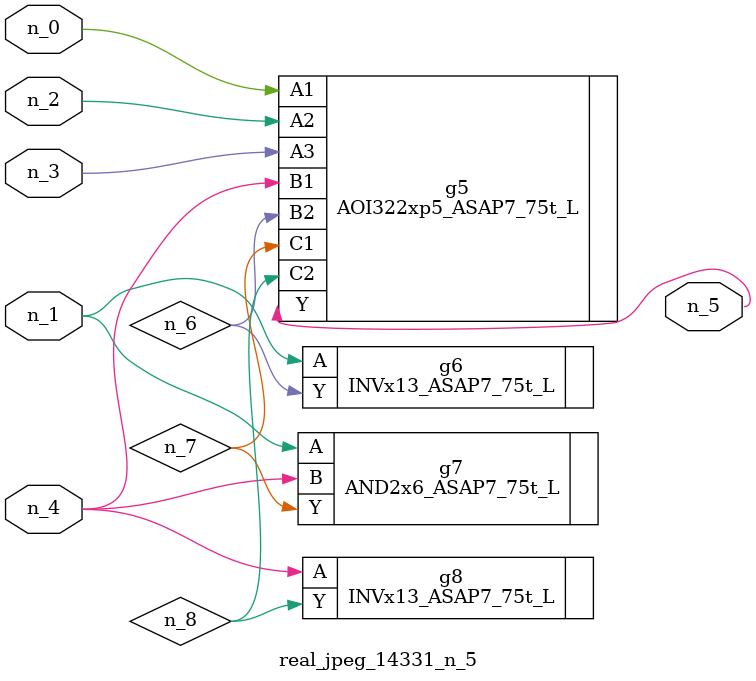
<source format=v>
module real_jpeg_14331_n_5 (n_4, n_0, n_1, n_2, n_3, n_5);

input n_4;
input n_0;
input n_1;
input n_2;
input n_3;

output n_5;

wire n_8;
wire n_6;
wire n_7;

AOI322xp5_ASAP7_75t_L g5 ( 
.A1(n_0),
.A2(n_2),
.A3(n_3),
.B1(n_4),
.B2(n_6),
.C1(n_7),
.C2(n_8),
.Y(n_5)
);

INVx13_ASAP7_75t_L g6 ( 
.A(n_1),
.Y(n_6)
);

AND2x6_ASAP7_75t_L g7 ( 
.A(n_1),
.B(n_4),
.Y(n_7)
);

INVx13_ASAP7_75t_L g8 ( 
.A(n_4),
.Y(n_8)
);


endmodule
</source>
